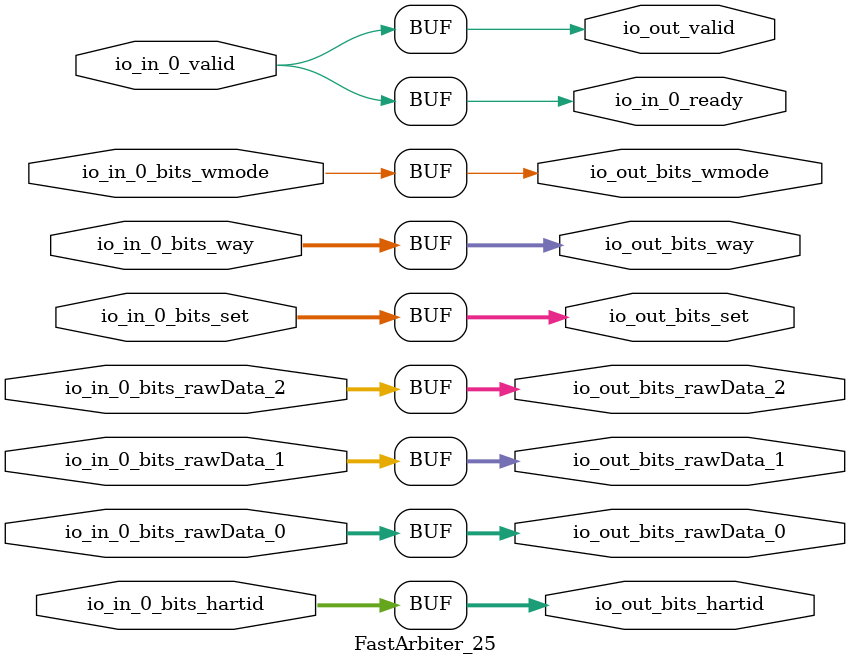
<source format=sv>
`ifndef RANDOMIZE
  `ifdef RANDOMIZE_MEM_INIT
    `define RANDOMIZE
  `endif // RANDOMIZE_MEM_INIT
`endif // not def RANDOMIZE
`ifndef RANDOMIZE
  `ifdef RANDOMIZE_REG_INIT
    `define RANDOMIZE
  `endif // RANDOMIZE_REG_INIT
`endif // not def RANDOMIZE

`ifndef RANDOM
  `define RANDOM $random
`endif // not def RANDOM

// Users can define INIT_RANDOM as general code that gets injected into the
// initializer block for modules with registers.
`ifndef INIT_RANDOM
  `define INIT_RANDOM
`endif // not def INIT_RANDOM

// If using random initialization, you can also define RANDOMIZE_DELAY to
// customize the delay used, otherwise 0.002 is used.
`ifndef RANDOMIZE_DELAY
  `define RANDOMIZE_DELAY 0.002
`endif // not def RANDOMIZE_DELAY

// Define INIT_RANDOM_PROLOG_ for use in our modules below.
`ifndef INIT_RANDOM_PROLOG_
  `ifdef RANDOMIZE
    `ifdef VERILATOR
      `define INIT_RANDOM_PROLOG_ `INIT_RANDOM
    `else  // VERILATOR
      `define INIT_RANDOM_PROLOG_ `INIT_RANDOM #`RANDOMIZE_DELAY begin end
    `endif // VERILATOR
  `else  // RANDOMIZE
    `define INIT_RANDOM_PROLOG_
  `endif // RANDOMIZE
`endif // not def INIT_RANDOM_PROLOG_

// Include register initializers in init blocks unless synthesis is set
`ifndef SYNTHESIS
  `ifndef ENABLE_INITIAL_REG_
    `define ENABLE_INITIAL_REG_
  `endif // not def ENABLE_INITIAL_REG_
`endif // not def SYNTHESIS

// Include rmemory initializers in init blocks unless synthesis is set
`ifndef SYNTHESIS
  `ifndef ENABLE_INITIAL_MEM_
    `define ENABLE_INITIAL_MEM_
  `endif // not def ENABLE_INITIAL_MEM_
`endif // not def SYNTHESIS

module FastArbiter_25(
  output        io_in_0_ready,
  input         io_in_0_valid,
  input  [5:0]  io_in_0_bits_hartid,
  input  [31:0] io_in_0_bits_set,
  input  [3:0]  io_in_0_bits_way,
  input         io_in_0_bits_wmode,
  input  [41:0] io_in_0_bits_rawData_0,
  input  [41:0] io_in_0_bits_rawData_1,
  input  [41:0] io_in_0_bits_rawData_2,
  output        io_out_valid,
  output [5:0]  io_out_bits_hartid,
  output [31:0] io_out_bits_set,
  output [3:0]  io_out_bits_way,
  output        io_out_bits_wmode,
  output [41:0] io_out_bits_rawData_0,
  output [41:0] io_out_bits_rawData_1,
  output [41:0] io_out_bits_rawData_2
);

  assign io_in_0_ready = io_in_0_valid;
  assign io_out_valid = io_in_0_valid;
  assign io_out_bits_hartid = io_in_0_bits_hartid;
  assign io_out_bits_set = io_in_0_bits_set;
  assign io_out_bits_way = io_in_0_bits_way;
  assign io_out_bits_wmode = io_in_0_bits_wmode;
  assign io_out_bits_rawData_0 = io_in_0_bits_rawData_0;
  assign io_out_bits_rawData_1 = io_in_0_bits_rawData_1;
  assign io_out_bits_rawData_2 = io_in_0_bits_rawData_2;
endmodule


</source>
